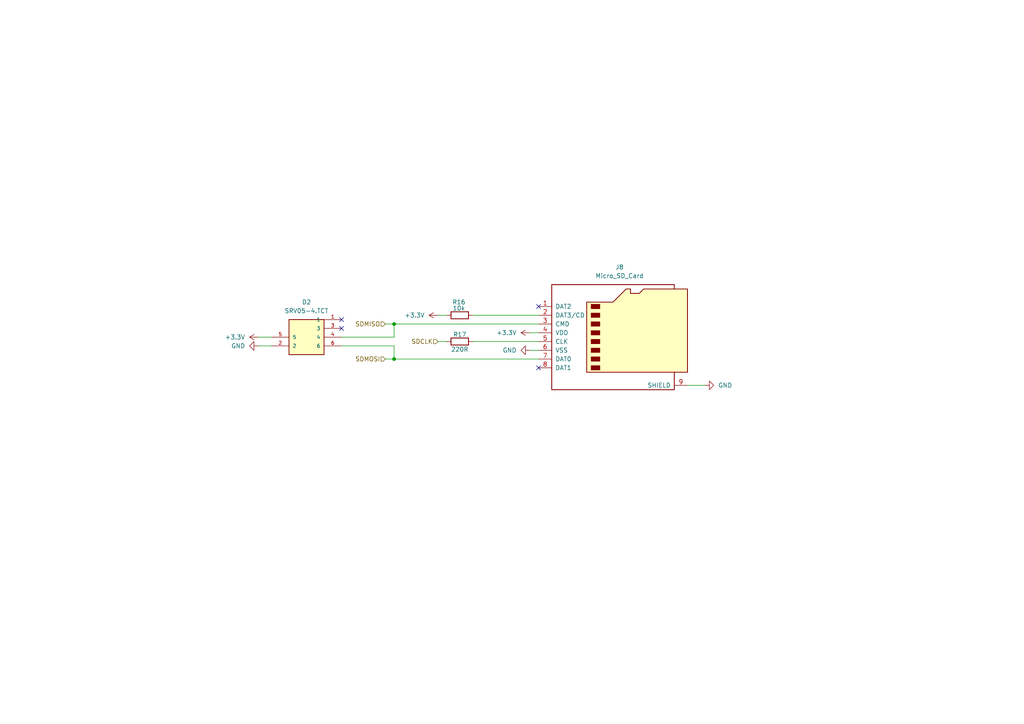
<source format=kicad_sch>
(kicad_sch (version 20250114) (generator "eeschema") (generator_version "9.0")
  (paper "A4")
  (lib_symbols
    (symbol "Connector:Micro_SD_Card" (pin_names (offset 1.016))
      (property "Reference" "J" (at -16.51 15.24 0))
      (property "Value" "Micro_SD_Card" (at 16.51 15.24 0))
      (symbol "Micro_SD_Card_0_1"
        (polyline (pts (xy -8.89 -11.43) (xy -8.89 8.89) (xy -1.27 8.89) (xy 2.54 12.7) (xy 3.81 12.7) (xy 3.81 11.43) (xy 6.35 11.43) (xy 7.62 12.7) (xy 20.32 12.7) (xy 20.32 -11.43) (xy -8.89 -11.43)) (stroke (width 0.254)) (fill (type background)))
        (rectangle (start -7.62 8.255) (end -5.08 6.985) (fill (type outline)))
        (rectangle (start -7.62 5.715) (end -5.08 4.445) (fill (type outline)))
        (rectangle (start -7.62 3.175) (end -5.08 1.905) (fill (type outline)))
        (rectangle (start -7.62 0.635) (end -5.08 -0.635) (fill (type outline)))
        (rectangle (start -7.62 -1.905) (end -5.08 -3.175) (fill (type outline)))
        (rectangle (start -7.62 -4.445) (end -5.08 -5.715) (fill (type outline)))
        (rectangle (start -7.62 -6.985) (end -5.08 -8.255) (fill (type outline)))
        (rectangle (start -7.62 -9.525) (end -5.08 -10.795) (fill (type outline)))
        (polyline (pts (xy 16.51 12.7) (xy 16.51 13.97) (xy -19.05 13.97) (xy -19.05 -16.51) (xy 16.51 -16.51) (xy 16.51 -11.43)) (stroke (width 0.254)))
      )
      (symbol "Micro_SD_Card_1_1"
        (pin bidirectional line (at -22.86 7.62 0) (length 3.81) (name "DAT2") (number "1"))
        (pin bidirectional line (at -22.86 5.08 0) (length 3.81) (name "DAT3/CD") (number "2"))
        (pin input line (at -22.86 2.54 0) (length 3.81) (name "CMD") (number "3"))
        (pin power_in line (at -22.86 0 0) (length 3.81) (name "VDD") (number "4"))
        (pin input line (at -22.86 -2.54 0) (length 3.81) (name "CLK") (number "5"))
        (pin power_in line (at -22.86 -5.08 0) (length 3.81) (name "VSS") (number "6"))
        (pin bidirectional line (at -22.86 -7.62 0) (length 3.81) (name "DAT0") (number "7"))
        (pin bidirectional line (at -22.86 -10.16 0) (length 3.81) (name "DAT1") (number "8"))
        (pin passive line (at 20.32 -15.24 180) (length 3.81) (name "SHIELD") (number "9"))
      )
    )
    (symbol "Device:R" (pin_numbers (hide yes)) (pin_names (offset 0))
      (property "Reference" "R" (at 2.032 0 90))
      (property "Value" "R" (at 0 0 90))
      (symbol "R_0_1"
        (rectangle (start -1.016 -2.54) (end 1.016 2.54) (stroke (width 0.254)))
      )
      (symbol "R_1_1"
        (pin passive line (at 0 3.81 270) (length 1.27) (name "~") (number "1"))
        (pin passive line (at 0 -3.81 90) (length 1.27) (name "~") (number "2"))
      )
    )
    (symbol "SRV05-4.TCT:SRV05-4.TCT" (pin_names (offset 1.016))
      (property "Reference" "D" (at -3.81 0 0))
      (property "Value" "SRV05-4.TCT" (at -3.81 2.54 0))
      (symbol "SRV05-4.TCT_0_0"
        (rectangle (start 5.08 -7.62) (end 15.24 2.54) (stroke (width 0.254)) (fill (type background)))
        (pin bidirectional line (at 0 -2.54 0) (length 5.08) (name "5") (number "5"))
        (pin bidirectional line (at 0 -5.08 0) (length 5.08) (name "2") (number "2"))
        (pin bidirectional line (at 20.32 2.54 180) (length 5.08) (name "1") (number "1"))
        (pin bidirectional line (at 20.32 0 180) (length 5.08) (name "3") (number "3"))
        (pin bidirectional line (at 20.32 -2.54 180) (length 5.08) (name "4") (number "4"))
        (pin bidirectional line (at 20.32 -5.08 180) (length 5.08) (name "6") (number "6"))
      )
    )
    (symbol "power:+3.3V" (power) (pin_numbers (hide yes)) (pin_names (offset 0) (hide yes))
      (property "Value" "+3.3V" (at 0 3.556 0))
      (symbol "+3.3V_0_1"
        (polyline (pts (xy -0.762 1.27) (xy 0 2.54)))
        (polyline (pts (xy 0 2.54) (xy 0.762 1.27)))
        (polyline (pts (xy 0 0) (xy 0 2.54)))
      )
      (symbol "+3.3V_1_1"
        (pin power_in line (at 0 0 90) (length 0) (name "~") (number "1"))
      )
    )
    (symbol "power:GND" (power) (pin_numbers (hide yes)) (pin_names (offset 0) (hide yes))
      (property "Value" "GND" (at 0 -3.81 0))
      (symbol "GND_0_1"
        (polyline (pts (xy 0 0) (xy 0 -1.27) (xy 1.27 -1.27) (xy 0 -2.54) (xy -1.27 -1.27) (xy 0 -1.27)))
      )
      (symbol "GND_1_1"
        (pin power_in line (at 0 0 270) (length 0) (name "~") (number "1"))
      )
    )
  )
  (junction (at 114.3 104.14))
  (junction (at 114.3 93.98))
  (no_connect (at 156.21 88.9))
  (no_connect (at 156.21 106.68))
  (no_connect (at 99.06 92.71))
  (no_connect (at 99.06 95.25))
  (wire (pts (xy 114.3 100.33) (xy 99.06 100.33)))
  (wire (pts (xy 114.3 97.79) (xy 99.06 97.79)))
  (wire (pts (xy 204.47 111.76) (xy 199.39 111.76)))
  (wire (pts (xy 111.76 93.98) (xy 114.3 93.98)))
  (wire (pts (xy 153.67 96.52) (xy 156.21 96.52)))
  (wire (pts (xy 114.3 104.14) (xy 156.21 104.14)))
  (wire (pts (xy 127 91.44) (xy 129.54 91.44)))
  (wire (pts (xy 111.76 104.14) (xy 114.3 104.14)))
  (wire (pts (xy 137.16 99.06) (xy 156.21 99.06)))
  (wire (pts (xy 114.3 93.98) (xy 156.21 93.98)))
  (wire (pts (xy 74.93 97.79) (xy 78.74 97.79)))
  (wire (pts (xy 153.67 101.6) (xy 156.21 101.6)))
  (wire (pts (xy 114.3 104.14) (xy 114.3 100.33)))
  (wire (pts (xy 137.16 91.44) (xy 156.21 91.44)))
  (wire (pts (xy 74.93 100.33) (xy 78.74 100.33)))
  (wire (pts (xy 114.3 93.98) (xy 114.3 97.79)))
  (wire (pts (xy 127 99.06) (xy 129.54 99.06)))
  (hierarchical_label "SDCLK" (shape input) (at 127 99.06 180))
  (hierarchical_label "SDMOSI" (shape input) (at 111.76 104.14 180))
  (hierarchical_label "SDMISO" (shape input) (at 111.76 93.98 180))
  (symbol (lib_id "power:+3.3V") (at 153.67 96.52 90) (unit 1)
    (property "Reference" "#PWR061" (effects (hide yes)))
    (property "Value" "+3.3V" (at 149.86 96.5199 90) (effects (justify left)))
    (property "Description" "Power symbol creates a global label with name \"+3.3V\"" (effects (hide yes)))
  )
  (symbol (lib_id "SRV05-4.TCT:SRV05-4.TCT") (at 78.74 95.25 0) (unit 1)
    (property "Reference" "D2" (at 88.9 87.63 0))
    (property "Value" "SRV05-4.TCT" (at 88.9 90.17 0))
    (property "Footprint" "myFootprints:SOT95P280X145-6N" (effects (hide yes)))
    (property "MANUFACTURER_NAME" "SEMTECH" (effects (hide yes)))
    (property "Check_prices" "https://www.snapeda.com/parts/SRV05-4.TCT/UMW/view-part/?ref=eda" (effects (hide yes)))
    (property "HEIGHT" "1.45mm" (effects (hide yes)))
    (property "SnapEDA_Link" "https://www.snapeda.com/parts/SRV05-4.TCT/UMW/view-part/?ref=snap" (effects (hide yes)))
    (property "Availability" "In Stock" (effects (hide yes)))
    (property "MANUFACTURER_PART_NUMBER" "SRV05-4.TCT" (effects (hide yes)))
    (property "LCSC Part" "C13612" (effects (hide yes)))
  )
  (symbol (lib_id "power:GND") (at 204.47 111.76 90) (unit 1)
    (property "Reference" "#PWR063" (effects (hide yes)))
    (property "Value" "GND" (at 208.28 111.7599 90) (effects (justify right)))
    (property "Description" "Power symbol creates a global label with name \"GND\" , ground" (effects (hide yes)))
  )
  (symbol (lib_id "power:GND") (at 74.93 100.33 270) (unit 1)
    (property "Reference" "#PWR059" (effects (hide yes)))
    (property "Value" "GND" (at 71.12 100.3299 90) (effects (justify right)))
    (property "Description" "Power symbol creates a global label with name \"GND\" , ground" (effects (hide yes)))
  )
  (symbol (lib_id "Device:R") (at 133.35 91.44 90) (unit 1)
    (property "Reference" "R16" (at 133.096 87.63 90))
    (property "Value" "10k" (at 133.096 89.408 90))
    (property "Footprint" "Resistor_SMD:R_0805_2012Metric_Pad1.20x1.40mm_HandSolder" (effects (hide yes)))
    (property "Description" "Resistor" (effects (hide yes)))
    (property "LCSC Part" "C84376" (effects (hide yes)))
  )
  (symbol (lib_id "Device:R") (at 133.35 99.06 90) (unit 1)
    (property "Reference" "R17" (at 133.35 97.028 90))
    (property "Value" "220R" (at 133.35 101.346 90))
    (property "Footprint" "Resistor_SMD:R_0805_2012Metric_Pad1.20x1.40mm_HandSolder" (effects (hide yes)))
    (property "Description" "Resistor" (effects (hide yes)))
    (property "LCSC Part" "C17557" (effects (hide yes)))
  )
  (symbol (lib_id "power:+3.3V") (at 74.93 97.79 90) (unit 1)
    (property "Reference" "#PWR058" (effects (hide yes)))
    (property "Value" "+3.3V" (at 71.12 97.7899 90) (effects (justify left)))
    (property "Description" "Power symbol creates a global label with name \"+3.3V\"" (effects (hide yes)))
  )
  (symbol (lib_id "power:GND") (at 153.67 101.6 270) (unit 1)
    (property "Reference" "#PWR062" (effects (hide yes)))
    (property "Value" "GND" (at 149.86 101.5999 90) (effects (justify right)))
    (property "Description" "Power symbol creates a global label with name \"GND\" , ground" (effects (hide yes)))
  )
  (symbol (lib_id "Connector:Micro_SD_Card") (at 179.07 96.52 0) (unit 1)
    (property "Reference" "J8" (at 179.705 77.47 0))
    (property "Value" "Micro_SD_Card" (at 179.705 80.01 0))
    (property "Footprint" "Connector_Card:microSD_HC_Molex_104031-0811" (effects (hide yes)))
    (property "Datasheet" "https://www.we-online.com/components/products/datasheet/693072010801.pdf" (effects (hide yes)))
    (property "Description" "Micro SD Card Socket" (effects (hide yes)))
    (property "LCSC Part" "C164170" (effects (hide yes)))
  )
  (symbol (lib_id "power:+3.3V") (at 127 91.44 90) (unit 1)
    (property "Reference" "#PWR060" (effects (hide yes)))
    (property "Value" "+3.3V" (at 123.19 91.4399 90) (effects (justify left)))
    (property "Description" "Power symbol creates a global label with name \"+3.3V\"" (effects (hide yes)))
  )
)
</source>
